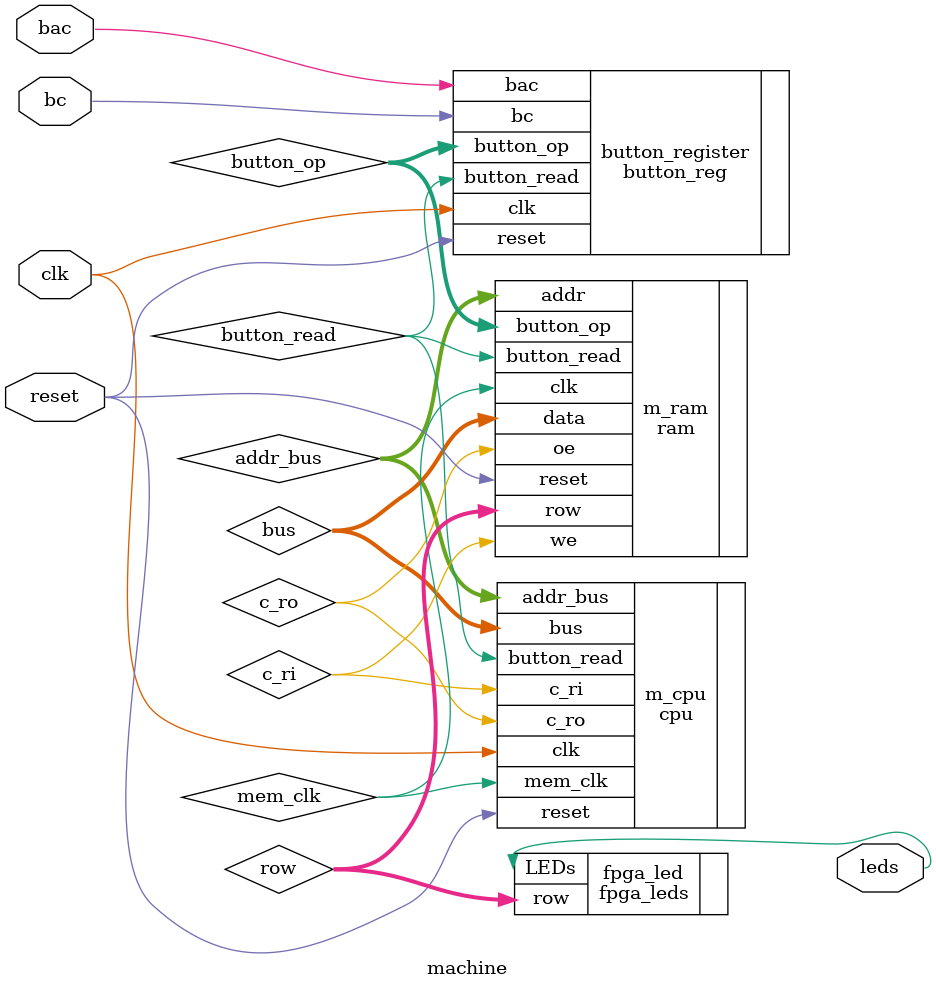
<source format=v>

module machine(
  input wire clk,
  input wire reset,

    input wire bc, //button for clockwise
  input wire bac,//button for anticlockwise
  output wire leds
);

/*NOTE:
Let us assume that every one second, our game refreshes and the
snake moves 1 LED forward. So we need to read from input registers at that
1 second, and refresh output registers every 1 second. 

*/
/*
TODO :
- Specify input and output registers properly.
- The control logic should be able to load data from input registers to local registers
and write data to output registers.
- (Writing this in the CPU also is the same headache I believe.)
*/
//Instantiations

//CPU
  wire [7:0] addr_bus;
  wire [7:0] bus;
  wire c_ri;
  wire c_ro;
  wire mem_clk;
//  wire mem_io;  //WHat is mem_io

//I/O ports
  wire [7:0] row, counter_addr;
  wire button_read;
  wire [7:0] button_op;


  // ==========================
  // CPU
  // ==========================

  cpu m_cpu (
    .clk(clk),
    .reset(reset),
    .addr_bus(addr_bus),
    .bus(bus),
    .mem_clk(mem_clk),
    .c_ri(c_ri),
    .c_ro(c_ro),
    .button_read(button_read)
  );


  // ==========================
  // RAM
  // ==========================

  ram m_ram (
    .clk(mem_clk),
    .addr(addr_bus),
    .data(bus),
    .we(c_ri),
    .oe(c_ro),
    .reset(reset),
    .row(row),
    .button_read(button_read),
    .button_op(button_op)
  );


//Input ports

button_reg button_register(
  .reset(reset),
  .clk(clk),
  .bc(bc),
  .bac(bac),
  .button_op(button_op),
  .button_read(button_read)
);

//Output ports

fpga_leds fpga_led(
    .row(row),
    .LEDs(leds)
);



endmodule
</source>
